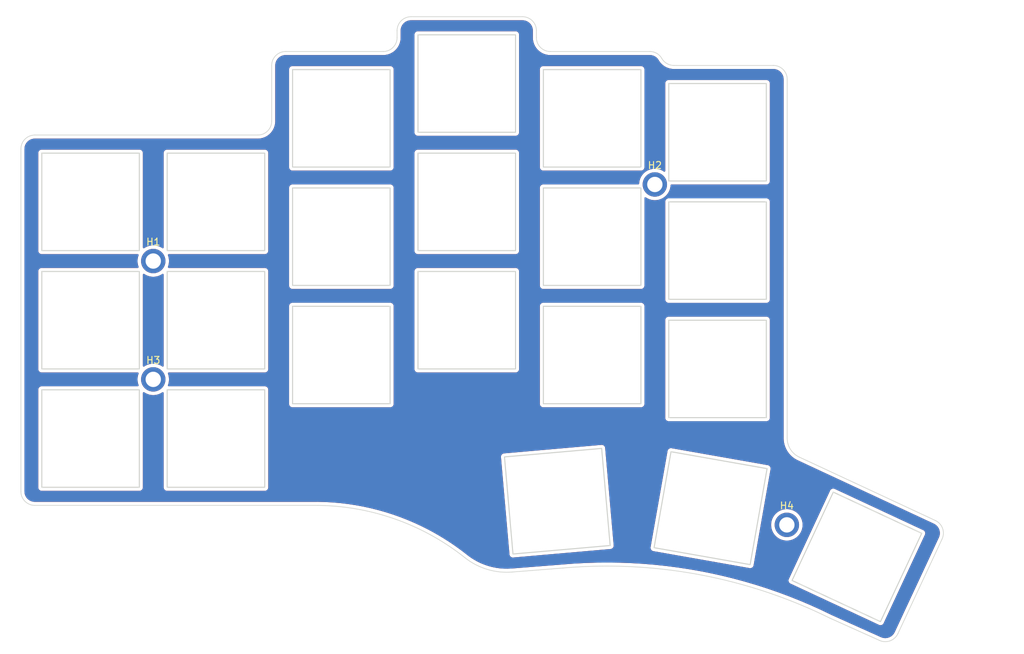
<source format=kicad_pcb>
(kicad_pcb (version 20221018) (generator pcbnew)
  (title_block (title "Cantor Pro") (rev "rev1.0"))
  (layers (0 "F.Cu" signal) (31 "B.Cu" signal) (34 "B.Paste" user) (35 "F.Paste" user) (36 "B.SilkS" user "B.Silkscreen") (37 "F.SilkS" user "F.Silkscreen") (38 "B.Mask" user) (39 "F.Mask" user) (44 "Edge.Cuts" user))
  (net 0 "")
  (footprint "cantor:SW_PG1350_plate_cutout" (layer "F.Cu") (at 182.000001 99.75626)
    (fp_text reference "K25")
    (fp_text value "KEYSW")
    (fp_rect (start -7 -7) (end 7 7) (stroke (width 0.15)) (fill none) (layer "Edge.Cuts"))
  )
  (footprint "cantor:SW_PG1350_plate_cutout" (layer "F.Cu") (at 164.000001 97.75626)
    (fp_text reference "K24")
    (fp_text value "KEYSW")
    (fp_rect (start -7 -7) (end 7 7) (stroke (width 0.15)) (fill none) (layer "Edge.Cuts"))
  )
  (footprint "cantor:SW_PG1350_plate_cutout" (layer "F.Cu") (at 110.000001 109.75626)
    (fp_text reference "K21")
    (fp_text value "KEYSW")
    (fp_rect (start -7 -7) (end 7 7) (stroke (width 0.15)) (fill none) (layer "Edge.Cuts"))
  )
  (footprint "cantor:SW_PG1350_plate_cutout" (layer "F.Cu") (at 128.000001 63.75626)
    (fp_text reference "K02")
    (fp_text value "KEYSW")
    (fp_rect (start -7 -7) (end 7 7) (stroke (width 0.15)) (fill none) (layer "Edge.Cuts"))
  )
  (footprint "cantor:SW_PG1350_plate_cutout" (layer "F.Cu") (at 92 92.75626)
    (fp_text reference "K10")
    (fp_text value "KEYSW")
    (fp_rect (start -7 -7) (end 7 7) (stroke (width 0.15)) (fill none) (layer "Edge.Cuts"))
  )
  (footprint "MountingHole:MountingHole_2.2mm_M2_ISO7380_Pad" (layer "F.Cu") (at 101 84.25626)
    (fp_text reference "H1" (at 0 -2.75) (layer "F.SilkS"))
    (fp_text value "MountingHole" hide)
    (pad "1" thru_hole circle (at 0 0) (size 3.5 3.5) (drill 2.2) (layers "*.Cu" "*.Mask"))
  )
  (footprint "cantor:SW_PG1350_plate_cutout" (layer "F.Cu") (at 164.000001 63.756259)
    (fp_text reference "K04")
    (fp_text value "KEYSW")
    (fp_rect (start -7 -7) (end 7 7) (stroke (width 0.15)) (fill none) (layer "Edge.Cuts"))
  )
  (footprint "cantor:SW_PG1350_plate_cutout" (layer "F.Cu") (at 128 80.75626)
    (fp_text reference "K12")
    (fp_text value "KEYSW")
    (fp_rect (start -7 -7) (end 7 7) (stroke (width 0.15)) (fill none) (layer "Edge.Cuts"))
  )
  (footprint "MountingHole:MountingHole_2.2mm_M2_ISO7380_Pad" (layer "F.Cu") (at 191.95 122.15626)
    (fp_text reference "H4" (at 0 -2.75) (layer "F.SilkS"))
    (fp_text value "MountingHole" hide)
    (pad "1" thru_hole circle (at 0 0) (size 3.5 3.5) (drill 2.2) (layers "*.Cu" "*.Mask"))
  )
  (footprint "cantor:SW_PG1350_plate_cutout" (layer "F.Cu") (at 159.000001 118.75626 5)
    (fp_text reference "K30")
    (fp_text value "KEYSW")
    (fp_rect (start -7 -7) (end 7 7) (stroke (width 0.15)) (fill none) (layer "Edge.Cuts"))
  )
  (footprint "cantor:SW_PG1350_plate_cutout" (layer "F.Cu") (at 110.000001 75.75626)
    (fp_text reference "K01")
    (fp_text value "KEYSW")
    (fp_rect (start -7 -7) (end 7 7) (stroke (width 0.15)) (fill none) (layer "Edge.Cuts"))
  )
  (footprint "cantor:SW_PG1350_plate_cutout" (layer "F.Cu") (at 164.000001 80.75626)
    (fp_text reference "K14")
    (fp_text value "KEYSW")
    (fp_rect (start -7 -7) (end 7 7) (stroke (width 0.15)) (fill none) (layer "Edge.Cuts"))
  )
  (footprint "cantor:SW_PG1350_plate_cutout" (layer "F.Cu") (at 146.000001 92.75626)
    (fp_text reference "K23")
    (fp_text value "KEYSW")
    (fp_rect (start -7 -7) (end 7 7) (stroke (width 0.15)) (fill none) (layer "Edge.Cuts"))
  )
  (footprint "cantor:SW_PG1350_plate_cutout" (layer "F.Cu") (at 146.000001 58.75626)
    (fp_text reference "K03")
    (fp_text value "KEYSW")
    (fp_rect (start -7 -7) (end 7 7) (stroke (width 0.15)) (fill none) (layer "Edge.Cuts"))
  )
  (footprint "MountingHole:MountingHole_2.2mm_M2_ISO7380_Pad" (layer "F.Cu") (at 101 101.25626)
    (fp_text reference "H3" (at 0 -2.75) (layer "F.SilkS"))
    (fp_text value "MountingHole" hide)
    (pad "1" thru_hole circle (at 0 0) (size 3.5 3.5) (drill 2.2) (layers "*.Cu" "*.Mask"))
  )
  (footprint "cantor:SW_PG1350_plate_cutout" (layer "F.Cu") (at 128.000001 97.75626)
    (fp_text reference "K22")
    (fp_text value "KEYSW")
    (fp_rect (start -7 -7) (end 7 7) (stroke (width 0.15)) (fill none) (layer "Edge.Cuts"))
  )
  (footprint "cantor:SW_PG1350_plate_cutout" (layer "F.Cu") (at 182 82.75626)
    (fp_text reference "K15")
    (fp_text value "KEYSW")
    (fp_rect (start -7 -7) (end 7 7) (stroke (width 0.15)) (fill none) (layer "Edge.Cuts"))
  )
  (footprint "MountingHole:MountingHole_2.2mm_M2_ISO7380_Pad" (layer "F.Cu") (at 173.000001 73.25626)
    (fp_text reference "H2" (at 0 -2.75) (layer "F.SilkS"))
    (fp_text value "MountingHole" hide)
    (pad "1" thru_hole circle (at 0 0) (size 3.5 3.5) (drill 2.2) (layers "*.Cu" "*.Mask"))
  )
  (footprint "cantor:SW_PG1350_plate_cutout" (layer "F.Cu") (at 202 126.75626 -25)
    (fp_text reference "K32")
    (fp_text value "KEYSW")
    (fp_rect (start -7 -7) (end 7 7) (stroke (width 0.15)) (fill none) (layer "Edge.Cuts"))
  )
  (footprint "cantor:SW_PG1350_plate_cutout" (layer "F.Cu") (at 110 92.756259)
    (fp_text reference "K11")
    (fp_text value "KEYSW")
    (fp_rect (start -7 -7) (end 7 7) (stroke (width 0.15)) (fill none) (layer "Edge.Cuts"))
  )
  (footprint "cantor:SW_PG1350_plate_cutout" (layer "F.Cu") (at 182.000001 65.75626)
    (fp_text reference "K05")
    (fp_text value "KEYSW")
    (fp_rect (start -7 -7) (end 7 7) (stroke (width 0.15)) (fill none) (layer "Edge.Cuts"))
  )
  (footprint "cantor:SW_PG1350_plate_cutout" (layer "F.Cu") (at 92 109.756259)
    (fp_text reference "K20")
    (fp_text value "KEYSW")
    (fp_rect (start -7 -7) (end 7 7) (stroke (width 0.15)) (fill none) (layer "Edge.Cuts"))
  )
  (footprint "cantor:SW_PG1350_plate_cutout" (layer "F.Cu") (at 146 75.75626)
    (fp_text reference "K13")
    (fp_text value "KEYSW")
    (fp_rect (start -7 -7) (end 7 7) (stroke (width 0.15)) (fill none) (layer "Edge.Cuts"))
  )
  (footprint "cantor:SW_PG1350_plate_cutout" (layer "F.Cu") (at 92.000001 75.75626)
    (fp_text reference "K00")
    (fp_text value "KEYSW")
    (fp_rect (start -7 -7) (end 7 7) (stroke (width 0.15)) (fill none) (layer "Edge.Cuts"))
  )
  (footprint "cantor:SW_PG1350_plate_cutout" (layer "F.Cu") (at 181 119.75626 -10)
    (fp_text reference "K31")
    (fp_text value "KEYSW")
    (fp_rect (start -7 -7) (end 7 7) (stroke (width 0.15)) (fill none) (layer "Edge.Cuts"))
  )
  (gr_arc (start 118 56.15626) (mid 118.585786 54.742046) (end 120 54.15626) (stroke (width 0.1)) (layer "Edge.Cuts"))
  (gr_line (start 84.000001 119.356258) (end 124.5 119.35626) (stroke (width 0.1)) (layer "Edge.Cuts"))
  (gr_arc (start 152.500001 128.93126) (mid 148.930963 128.545157) (end 145.750001 126.88126) (stroke (width 0.1)) (layer "Edge.Cuts"))
  (gr_arc (start 136 51.15626) (mid 136.585786 49.742046) (end 138 49.15626) (stroke (width 0.1)) (layer "Edge.Cuts"))
  (gr_arc (start 213.265138 121.526658) (mid 214.299287 122.655233) (end 214.232517 124.18451) (stroke (width 0.1)) (layer "Edge.Cuts"))
  (gr_line (start 207.892263 137.781117) (end 214.232517 124.18451) (stroke (width 0.1)) (layer "Edge.Cuts"))
  (gr_line (start 190.000208 56.15626) (end 175.750003 56.156258) (stroke (width 0.1)) (layer "Edge.Cuts"))
  (gr_line (start 213.265138 121.526658) (end 193.730117 112.417328) (stroke (width 0.1)) (layer "Edge.Cuts"))
  (gr_line (start 136 51.15626) (end 136 52.156259) (stroke (width 0.1)) (layer "Edge.Cuts"))
  (gr_line (start 156.000001 52.15626) (end 156.000001 51.15626) (stroke (width 0.1)) (layer "Edge.Cuts"))
  (gr_arc (start 207.892263 137.781117) (mid 206.77754 138.81019) (end 205.261255 138.760773) (stroke (width 0.1)) (layer "Edge.Cuts"))
  (gr_line (start 118 56.15626) (end 118 64.15626) (stroke (width 0.1)) (layer "Edge.Cuts"))
  (gr_line (start 116 66.15626) (end 84.000001 66.15626) (stroke (width 0.1)) (layer "Edge.Cuts"))
  (gr_arc (start 154.000002 49.15626) (mid 155.414214 49.742047) (end 156.000001 51.15626) (stroke (width 0.1)) (layer "Edge.Cuts"))
  (gr_arc (start 136 52.156259) (mid 135.414214 53.570473) (end 134 54.15626) (stroke (width 0.1)) (layer "Edge.Cuts"))
  (gr_arc (start 84.000001 119.356258) (mid 82.585788 118.770472) (end 82 117.356259) (stroke (width 0.1)) (layer "Edge.Cuts"))
  (gr_line (start 159.800001 128.356261) (end 152.500001 128.93126) (stroke (width 0.1)) (layer "Edge.Cuts"))
  (gr_line (start 198.129399 135.556259) (end 205.261255 138.760773) (stroke (width 0.1)) (layer "Edge.Cuts"))
  (gr_arc (start 158.000001 54.15626) (mid 156.585787 53.570474) (end 156.000001 52.15626) (stroke (width 0.1)) (layer "Edge.Cuts"))
  (gr_arc (start 175.750003 56.156258) (mid 174.742214 55.888632) (end 174 55.15626) (stroke (width 0.1)) (layer "Edge.Cuts"))
  (gr_line (start 82.000001 68.15626) (end 82 117.356259) (stroke (width 0.1)) (layer "Edge.Cuts"))
  (gr_line (start 154.000002 49.15626) (end 138 49.15626) (stroke (width 0.1)) (layer "Edge.Cuts"))
  (gr_arc (start 82.000001 68.15626) (mid 82.585787 66.742047) (end 84.000001 66.15626) (stroke (width 0.1)) (layer "Edge.Cuts"))
  (gr_arc (start 124.5 119.356261) (mid 135.75623 121.336219) (end 145.750001 126.88126) (stroke (width 0.1)) (layer "Edge.Cuts"))
  (gr_arc (start 190.000208 56.15626) (mid 191.414417 56.742049) (end 192.000208 58.15626) (stroke (width 0.1)) (layer "Edge.Cuts"))
  (gr_line (start 134 54.15626) (end 120 54.15626) (stroke (width 0.1)) (layer "Edge.Cuts"))
  (gr_arc (start 172.3 54.15626) (mid 173.286154 54.424798) (end 174 55.15626) (stroke (width 0.1)) (layer "Edge.Cuts"))
  (gr_line (start 191.997972 109.699434) (end 192.000208 58.15626) (stroke (width 0.1)) (layer "Edge.Cuts"))
  (gr_arc (start 118 64.15626) (mid 117.414214 65.570473) (end 116 66.15626) (stroke (width 0.1)) (layer "Edge.Cuts"))
  (gr_line (start 172.3 54.15626) (end 158.000001 54.15626) (stroke (width 0.1)) (layer "Edge.Cuts"))
  (gr_arc (start 193.730117 112.417328) (mid 192.468074 111.310738) (end 191.997972 109.699434) (stroke (width 0.1)) (layer "Edge.Cuts"))
  (gr_arc (start 159.800001 128.356261) (mid 179.459798 129.320593) (end 198.129399 135.556259) (stroke (width 0.1)) (layer "Edge.Cuts"))
  (zone (net 0) (net_name "") (layers "F&B.Cu") (connect_pads (clearance 0.508)) (min_thickness 0.254) (fill yes (thermal_gap 0.508) (thermal_bridge_width 0.508))
    (polygon (pts (xy 226 140.75626) (xy 79 140.756259) (xy 79.000001 46.75626) (xy 226 46.75626)))
  )
)
</source>
